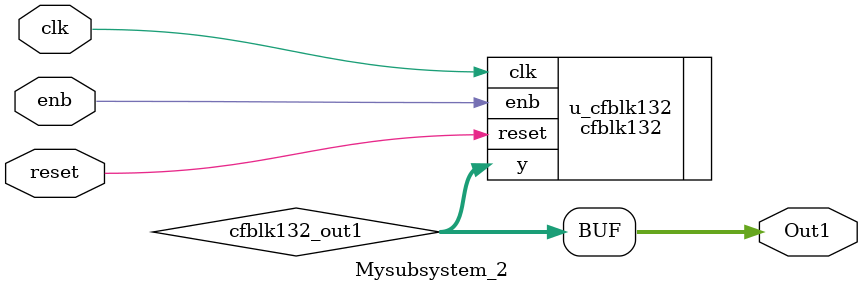
<source format=v>



`timescale 1 ns / 1 ns

module Mysubsystem_2
          (clk,
           reset,
           enb,
           Out1);


  input   clk;
  input   reset;
  input   enb;
  output  [15:0] Out1;  // uint16


  wire [15:0] cfblk132_out1;  // uint16


  cfblk132 u_cfblk132 (.clk(clk),
                       .reset(reset),
                       .enb(enb),
                       .y(cfblk132_out1)  // uint16
                       );

  assign Out1 = cfblk132_out1;

endmodule  // Mysubsystem_2


</source>
